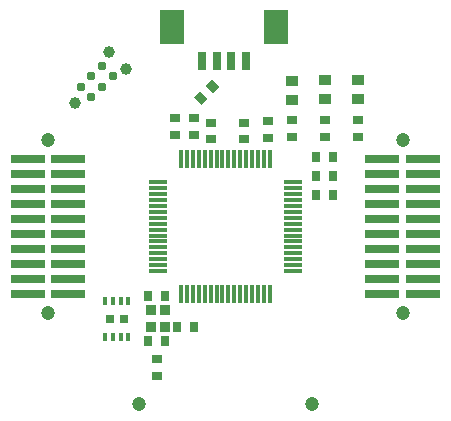
<source format=gts>
G04 #@! TF.FileFunction,Soldermask,Top*
%FSLAX46Y46*%
G04 Gerber Fmt 4.6, Leading zero omitted, Abs format (unit mm)*
G04 Created by KiCad (PCBNEW 4.1.0-alpha+201605071002+6776~44~ubuntu14.04.1-product) date Mon 27 Jun 2016 23:30:12 BST*
%MOMM*%
%LPD*%
G01*
G04 APERTURE LIST*
%ADD10C,0.100000*%
%ADD11R,0.800000X1.600000*%
%ADD12R,2.100000X3.000000*%
%ADD13R,0.350000X0.650000*%
%ADD14R,0.802000X0.802000*%
%ADD15R,0.300000X1.500000*%
%ADD16R,1.500000X0.300000*%
%ADD17R,2.920000X0.740000*%
%ADD18C,1.200000*%
%ADD19C,0.787000*%
%ADD20C,1.000000*%
%ADD21R,0.850000X0.950000*%
%ADD22R,0.900000X0.750000*%
%ADD23R,0.750000X0.900000*%
%ADD24R,1.000000X0.950000*%
G04 APERTURE END LIST*
D10*
D11*
X101750000Y-86000000D03*
X100500000Y-86000000D03*
X99250000Y-86000000D03*
X98000000Y-86000000D03*
D12*
X104300000Y-83100000D03*
X95450000Y-83100000D03*
D13*
X89825000Y-109350000D03*
X90475000Y-109350000D03*
X91125000Y-109350000D03*
X91775000Y-109350000D03*
X91775000Y-106250000D03*
X91125000Y-106250000D03*
X90475000Y-106250000D03*
X89825000Y-106250000D03*
D14*
X90200000Y-107800000D03*
X91400000Y-107800000D03*
D15*
X96250000Y-105700000D03*
X96750000Y-105700000D03*
X97250000Y-105700000D03*
X97750000Y-105700000D03*
X98250000Y-105700000D03*
X98750000Y-105700000D03*
X99250000Y-105700000D03*
X99750000Y-105700000D03*
X100250000Y-105700000D03*
X100750000Y-105700000D03*
X101250000Y-105700000D03*
X101750000Y-105700000D03*
X102250000Y-105700000D03*
X102750000Y-105700000D03*
X103250000Y-105700000D03*
X103750000Y-105700000D03*
D16*
X105700000Y-103750000D03*
X105700000Y-103250000D03*
X105700000Y-102750000D03*
X105700000Y-102250000D03*
X105700000Y-101750000D03*
X105700000Y-101250000D03*
X105700000Y-100750000D03*
X105700000Y-100250000D03*
X105700000Y-99750000D03*
X105700000Y-99250000D03*
X105700000Y-98750000D03*
X105700000Y-98250000D03*
X105700000Y-97750000D03*
X105700000Y-97250000D03*
X105700000Y-96750000D03*
X105700000Y-96250000D03*
D15*
X103750000Y-94300000D03*
X103250000Y-94300000D03*
X102750000Y-94300000D03*
X102250000Y-94300000D03*
X101750000Y-94300000D03*
X101250000Y-94300000D03*
X100750000Y-94300000D03*
X100250000Y-94300000D03*
X99750000Y-94300000D03*
X99250000Y-94300000D03*
X98750000Y-94300000D03*
X98250000Y-94300000D03*
X97750000Y-94300000D03*
X97250000Y-94300000D03*
X96750000Y-94300000D03*
X96250000Y-94300000D03*
D16*
X94300000Y-96250000D03*
X94300000Y-96750000D03*
X94300000Y-97250000D03*
X94300000Y-97750000D03*
X94300000Y-98250000D03*
X94300000Y-98750000D03*
X94300000Y-99250000D03*
X94300000Y-99750000D03*
X94300000Y-100250000D03*
X94300000Y-100750000D03*
X94300000Y-101250000D03*
X94300000Y-101750000D03*
X94300000Y-102250000D03*
X94300000Y-102750000D03*
X94300000Y-103250000D03*
X94300000Y-103750000D03*
D17*
X83285000Y-94285000D03*
X86715000Y-94285000D03*
X83285000Y-95555000D03*
X86715000Y-95555000D03*
X83285000Y-96825000D03*
X86715000Y-96825000D03*
X83285000Y-98095000D03*
X86715000Y-98095000D03*
X83285000Y-99365000D03*
X86715000Y-99365000D03*
X83285000Y-100635000D03*
X86715000Y-100635000D03*
X83285000Y-101905000D03*
X86715000Y-101905000D03*
X83285000Y-103175000D03*
X86715000Y-103175000D03*
X83285000Y-104445000D03*
X86715000Y-104445000D03*
X83285000Y-105715000D03*
X86715000Y-105715000D03*
X113285000Y-94285000D03*
X116715000Y-94285000D03*
X113285000Y-95555000D03*
X116715000Y-95555000D03*
X113285000Y-96825000D03*
X116715000Y-96825000D03*
X113285000Y-98095000D03*
X116715000Y-98095000D03*
X113285000Y-99365000D03*
X116715000Y-99365000D03*
X113285000Y-100635000D03*
X116715000Y-100635000D03*
X113285000Y-101905000D03*
X116715000Y-101905000D03*
X113285000Y-103175000D03*
X116715000Y-103175000D03*
X113285000Y-104445000D03*
X116715000Y-104445000D03*
X113285000Y-105715000D03*
X116715000Y-105715000D03*
D18*
X85000000Y-107305000D03*
X85000000Y-92695000D03*
X115000000Y-107305000D03*
X115000000Y-92695000D03*
X107305000Y-115000000D03*
X92695000Y-115000000D03*
D19*
X88654523Y-89050574D03*
X87756497Y-88152548D03*
X89552548Y-88152548D03*
X88654523Y-87254523D03*
X90450574Y-87254523D03*
X89552548Y-86356497D03*
D20*
X87307484Y-89499587D03*
X91618007Y-86625905D03*
X90181166Y-85189064D03*
D21*
X94875000Y-108525000D03*
X94875000Y-107075000D03*
X93725000Y-107075000D03*
X93725000Y-108525000D03*
D22*
X103600000Y-91050000D03*
X103600000Y-92450000D03*
X101550000Y-92600000D03*
X101550000Y-91200000D03*
D23*
X95900000Y-108500000D03*
X97300000Y-108500000D03*
D22*
X98800000Y-91200000D03*
X98800000Y-92600000D03*
D23*
X107700000Y-95700000D03*
X109100000Y-95700000D03*
D10*
G36*
X98841942Y-87521662D02*
X99478338Y-88158058D01*
X98948008Y-88688388D01*
X98311612Y-88051992D01*
X98841942Y-87521662D01*
X98841942Y-87521662D01*
G37*
G36*
X97851992Y-88511612D02*
X98488388Y-89148008D01*
X97958058Y-89678338D01*
X97321662Y-89041942D01*
X97851992Y-88511612D01*
X97851992Y-88511612D01*
G37*
D23*
X107700000Y-94100000D03*
X109100000Y-94100000D03*
D22*
X95700000Y-92200000D03*
X95700000Y-90800000D03*
X97300000Y-90800000D03*
X97300000Y-92200000D03*
D23*
X109100000Y-97300000D03*
X107700000Y-97300000D03*
X93450000Y-105900000D03*
X94850000Y-105900000D03*
D22*
X94200000Y-112600000D03*
X94200000Y-111200000D03*
D23*
X93450000Y-109700000D03*
X94850000Y-109700000D03*
D22*
X111200000Y-92400000D03*
X111200000Y-91000000D03*
X108400000Y-92400000D03*
X108400000Y-91000000D03*
X105600000Y-92400000D03*
X105600000Y-91000000D03*
D24*
X105600000Y-87650001D03*
X105600000Y-89250001D03*
X111200000Y-87600001D03*
X111200000Y-89200001D03*
X108400000Y-87600001D03*
X108400000Y-89200001D03*
M02*

</source>
